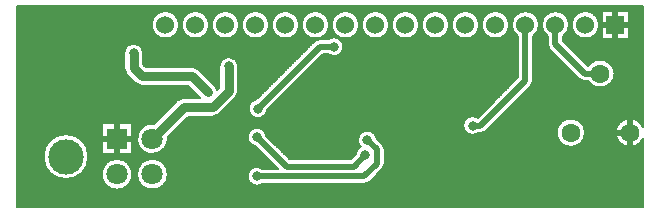
<source format=gbl>
G04*
G04 #@! TF.GenerationSoftware,Altium Limited,Altium Designer,18.0.9 (584)*
G04*
G04 Layer_Physical_Order=2*
G04 Layer_Color=16711680*
%FSLAX24Y24*%
%MOIN*%
G70*
G01*
G75*
%ADD14C,0.0079*%
%ADD44C,0.0197*%
%ADD45C,0.0315*%
%ADD47C,0.0709*%
%ADD48C,0.1181*%
%ADD49R,0.0709X0.0709*%
%ADD50C,0.0630*%
%ADD51C,0.0600*%
%ADD52R,0.0600X0.0600*%
%ADD53C,0.0236*%
%ADD54C,0.0315*%
D14*
X55432Y34754D02*
G03*
X55432Y34754I-457J0D01*
G01*
X53432D02*
G03*
X52719Y34375I-457J0D01*
G01*
X54432Y34754D02*
G03*
X53719Y34375I-457J0D01*
G01*
X52432Y34754D02*
G03*
X52432Y34754I-457J0D01*
G01*
X54230Y34375D02*
G03*
X54432Y34754I-256J379D01*
G01*
X53230Y34375D02*
G03*
X53432Y34754I-256J379D01*
G01*
X53719Y34106D02*
G03*
X53794Y33925I256J0D01*
G01*
X53719Y34106D02*
G03*
X53793Y33925I256J0D01*
G01*
X51432Y34754D02*
G03*
X51432Y34754I-457J0D01*
G01*
X50432D02*
G03*
X50432Y34754I-457J0D01*
G01*
X49432D02*
G03*
X49432Y34754I-457J0D01*
G01*
X48432D02*
G03*
X48432Y34754I-457J0D01*
G01*
X47432D02*
G03*
X47432Y34754I-457J0D01*
G01*
X46432D02*
G03*
X46432Y34754I-457J0D01*
G01*
X46909Y34026D02*
G03*
X46411Y34281I-315J0D01*
G01*
Y33770D02*
G03*
X46909Y34026I184J256D01*
G01*
X46122Y34281D02*
G03*
X45941Y34206I0J-256D01*
G01*
X46122Y34281D02*
G03*
X45941Y34207I0J-256D01*
G01*
X55945Y33130D02*
G03*
X55075Y33386I-472J0D01*
G01*
Y32874D02*
G03*
X55945Y33130I397J256D01*
G01*
X54770Y32949D02*
G03*
X54951Y32874I181J181D01*
G01*
X54770Y32949D02*
G03*
X54951Y32874I181J181D01*
G01*
X53155Y32715D02*
G03*
X53230Y32896I-181J181D01*
G01*
X53155Y32714D02*
G03*
X53230Y32896I-181J181D01*
G01*
X56890Y31350D02*
G03*
X56890Y30973I-433J-189D01*
G01*
X54961Y31161D02*
G03*
X54961Y31161I-472J0D01*
G01*
X51476Y31142D02*
G03*
X51658Y31217I0J256D01*
G01*
X51476Y31142D02*
G03*
X51657Y31217I0J256D01*
G01*
X51380Y31663D02*
G03*
X51394Y31142I-169J-266D01*
G01*
X48278Y30600D02*
G03*
X48202Y30782I-256J0D01*
G01*
X48278Y30600D02*
G03*
X48203Y30781I-256J0D01*
G01*
X48202Y29947D02*
G03*
X48278Y30128I-181J181D01*
G01*
X48203Y29947D02*
G03*
X48278Y30128I-181J181D01*
G01*
X47598Y29449D02*
G03*
X47779Y29524I0J256D01*
G01*
X47598Y29449D02*
G03*
X47780Y29524I0J256D01*
G01*
X48017Y30966D02*
G03*
X47490Y30687I-311J-51D01*
G01*
Y30687D02*
G03*
X47317Y30455I138J-283D01*
G01*
X45432Y34754D02*
G03*
X45432Y34754I-457J0D01*
G01*
X44432D02*
G03*
X44432Y34754I-457J0D01*
G01*
X43432D02*
G03*
X43432Y34754I-457J0D01*
G01*
X43303Y32317D02*
G03*
X43396Y32539I-223J223D01*
G01*
X44004Y32269D02*
G03*
X44366Y31908I51J-311D01*
G01*
X43303Y32316D02*
G03*
X43396Y32539I-222J223D01*
G01*
X43396Y33366D02*
G03*
X42766Y33365I-315J0D01*
G01*
X43396Y33366D02*
G03*
X42766Y33366I-315J0D01*
G01*
X42549Y31693D02*
G03*
X42772Y31786I0J315D01*
G01*
X42549Y31693D02*
G03*
X42772Y31785I0J315D01*
G01*
X42432Y34754D02*
G03*
X42432Y34754I-457J0D01*
G01*
X41432D02*
G03*
X41432Y34754I-457J0D01*
G01*
X42690Y32594D02*
G03*
X42605Y32752I-308J-65D01*
G01*
X42690Y32594D02*
G03*
X42604Y32753I-308J-65D01*
G01*
X42093Y33264D02*
G03*
X41870Y33356I-223J-223D01*
G01*
X42093Y33264D02*
G03*
X41870Y33356I-223J-222D01*
G01*
X41594Y32323D02*
G03*
X41372Y32231I0J-315D01*
G01*
X41594Y32323D02*
G03*
X41371Y32230I0J-315D01*
G01*
X40226Y33819D02*
G03*
X39596Y33818I-315J0D01*
G01*
X40226Y33819D02*
G03*
X39596Y33819I-315J0D01*
G01*
Y33317D02*
G03*
X39689Y33094I315J0D01*
G01*
X39596Y33317D02*
G03*
X39689Y33094I315J0D01*
G01*
X39964Y32819D02*
G03*
X40187Y32726I223J223D01*
G01*
X39964Y32819D02*
G03*
X40187Y32726I223J222D01*
G01*
X44336Y31065D02*
G03*
X43974Y30703I-311J-51D01*
G01*
X41053Y30955D02*
G03*
X41049Y31017I-512J0D01*
G01*
X40604Y31463D02*
G03*
X41053Y30955I-63J-508D01*
G01*
X44209Y29961D02*
G03*
X44209Y29449I-184J-256D01*
G01*
X41053Y29774D02*
G03*
X41053Y29774I-512J0D01*
G01*
X38407Y30364D02*
G03*
X38407Y30364I-748J0D01*
G01*
D02*
G03*
X38407Y30364I-748J0D01*
G01*
X39872Y29774D02*
G03*
X39872Y29774I-512J0D01*
G01*
X56043Y35211D02*
Y35384D01*
X55984Y35211D02*
Y35384D01*
X56161Y35211D02*
Y35384D01*
X56102Y35211D02*
Y35384D01*
X55807Y35211D02*
Y35384D01*
X55748Y35211D02*
Y35384D01*
X55925Y35211D02*
Y35384D01*
X55866Y35211D02*
Y35384D01*
X56398Y35211D02*
Y35384D01*
X56338Y35211D02*
Y35384D01*
X56432Y35138D02*
X56890D01*
X56432Y35197D02*
X56890D01*
X55517Y35211D02*
X56432D01*
X56220D02*
Y35384D01*
X56279Y35211D02*
Y35384D01*
X55689Y35211D02*
Y35384D01*
X55630Y35211D02*
Y35384D01*
X55571Y35211D02*
Y35384D01*
X55216Y35142D02*
Y35384D01*
X55098Y35194D02*
Y35384D01*
X55039Y35207D02*
Y35384D01*
X55157Y35173D02*
Y35384D01*
X54744Y35149D02*
Y35384D01*
X54980Y35211D02*
Y35384D01*
X54921Y35208D02*
Y35384D01*
X55223Y35138D02*
X55517D01*
X55089Y35197D02*
X55517D01*
X54862Y35197D02*
Y35384D01*
X54803Y35178D02*
Y35384D01*
X54685Y35108D02*
Y35384D01*
X56432Y35079D02*
X56890D01*
X56432Y34296D02*
Y35211D01*
X55517Y34296D02*
Y35211D01*
X55297Y35079D02*
X55517D01*
X55512Y33601D02*
Y35384D01*
X55453Y33602D02*
Y35384D01*
X56432Y34961D02*
X56890D01*
X56432Y35020D02*
X56890D01*
X56432Y34842D02*
X56890D01*
X56432Y34902D02*
X56890D01*
X55383Y34961D02*
X55517D01*
X55347Y35020D02*
X55517D01*
X55407Y34902D02*
X55517D01*
X55275Y35098D02*
Y35384D01*
X54626Y35050D02*
Y35384D01*
X55394Y34937D02*
Y35384D01*
X55335Y35036D02*
Y35384D01*
X54567Y34962D02*
Y35384D01*
X54449Y33994D02*
Y35384D01*
X54508Y33935D02*
Y35384D01*
X54383Y34961D02*
X54566D01*
X54390Y34946D02*
Y35384D01*
X54407Y34902D02*
X54541D01*
X54423Y34842D02*
X54526D01*
X54297Y35079D02*
X54652D01*
X54331Y35041D02*
Y35384D01*
X54347Y35020D02*
X54602D01*
X54094Y35195D02*
Y35384D01*
X54035Y35207D02*
Y35384D01*
X54212Y35145D02*
Y35384D01*
X54153Y35175D02*
Y35384D01*
X53976Y35211D02*
Y35384D01*
X53917Y35208D02*
Y35384D01*
X53858Y35196D02*
Y35384D01*
X53149Y35177D02*
Y35384D01*
X54089Y35197D02*
X54860D01*
X53799Y35176D02*
Y35384D01*
X53740Y35147D02*
Y35384D01*
X53209Y35147D02*
Y35384D01*
X53089Y35197D02*
X53860D01*
X53031Y35208D02*
Y35384D01*
X53090Y35196D02*
Y35384D01*
X52972Y35211D02*
Y35384D01*
X52913Y35207D02*
Y35384D01*
X52854Y35195D02*
Y35384D01*
X52795Y35175D02*
Y35384D01*
X52146Y35178D02*
Y35384D01*
X51909Y35207D02*
Y35384D01*
X52736Y35144D02*
Y35384D01*
X52205Y35149D02*
Y35384D01*
X52027Y35208D02*
Y35384D01*
X51968Y35211D02*
Y35384D01*
X52089Y35197D02*
X52860D01*
X52087Y35197D02*
Y35384D01*
X51089Y35197D02*
X51860D01*
X51850Y35194D02*
Y35384D01*
X51791Y35173D02*
Y35384D01*
X54272Y35102D02*
Y35384D01*
X53681Y35105D02*
Y35384D01*
X53622Y35046D02*
Y35384D01*
X53563Y34954D02*
Y35384D01*
X53327Y35046D02*
Y35384D01*
X53268Y35105D02*
Y35384D01*
X53386Y34954D02*
Y35384D01*
X54223Y35138D02*
X54725D01*
X53383Y34961D02*
X53566D01*
X53407Y34902D02*
X53541D01*
X53223Y35138D02*
X53725D01*
X53297Y35079D02*
X53652D01*
X53347Y35020D02*
X53602D01*
X52677Y35102D02*
Y35384D01*
X52618Y35041D02*
Y35384D01*
X52559Y34945D02*
Y35384D01*
X52382Y34962D02*
Y35384D01*
X52264Y35108D02*
Y35384D01*
X51732Y35142D02*
Y35384D01*
X52323Y35051D02*
Y35384D01*
X52347Y35020D02*
X52602D01*
X52383Y34961D02*
X52566D01*
X52407Y34902D02*
X52541D01*
X52423Y34842D02*
X52526D01*
X52223Y35138D02*
X52725D01*
X52297Y35079D02*
X52652D01*
X56432Y34724D02*
X56890D01*
X56432Y34783D02*
X56890D01*
X56432Y34606D02*
X56890D01*
X56432Y34665D02*
X56890D01*
X55431Y34783D02*
X55517D01*
X56432Y34488D02*
X56890D01*
X56432Y34547D02*
X56890D01*
X56432Y34370D02*
X56890D01*
X56432Y34429D02*
X56890D01*
X56432Y34311D02*
X56890D01*
X55517Y34296D02*
X56432D01*
X54309Y34134D02*
X56890D01*
X55431Y34724D02*
X55517D01*
X55423Y34842D02*
X55517D01*
X55407Y34606D02*
X55517D01*
X55423Y34665D02*
X55517D01*
X54431Y34724D02*
X54518D01*
X54431Y34783D02*
X54518D01*
X54407Y34606D02*
X54541D01*
X54423Y34665D02*
X54526D01*
X55347Y34488D02*
X55517D01*
X55382Y34547D02*
X55517D01*
X55223Y34370D02*
X55517D01*
X55297Y34429D02*
X55517D01*
X54347Y34488D02*
X54602D01*
X54383Y34547D02*
X54566D01*
X55089Y34311D02*
X55517D01*
X55630Y33575D02*
Y34296D01*
X55571Y33592D02*
Y34296D01*
X55748Y33514D02*
Y34296D01*
X55689Y33550D02*
Y34296D01*
X54427Y34016D02*
X56890D01*
X54368Y34075D02*
X56890D01*
X54545Y33898D02*
X56890D01*
X54486Y33957D02*
X56890D01*
X54781Y33661D02*
X56890D01*
X54840Y33602D02*
X55464D01*
X55701Y33543D02*
X56890D01*
X55480Y33602D02*
X56890D01*
X54663Y33779D02*
X56890D01*
X54604Y33839D02*
X56890D01*
X54722Y33720D02*
X56890D01*
X55394Y33596D02*
Y34571D01*
X54626Y33817D02*
Y34458D01*
X55335Y33582D02*
Y34472D01*
X55275Y33559D02*
Y34409D01*
X54390Y34053D02*
Y34562D01*
X54331Y34112D02*
Y34467D01*
X54567Y33876D02*
Y34546D01*
X54899Y33543D02*
X55244D01*
X54862Y33581D02*
Y34310D01*
X55216Y33527D02*
Y34366D01*
X54921Y33521D02*
Y34300D01*
X54744Y33699D02*
Y34359D01*
X54685Y33758D02*
Y34400D01*
X54803Y33640D02*
Y34330D01*
X54296Y34429D02*
X54652D01*
X53423Y34665D02*
X53526D01*
X54230Y34212D02*
Y34375D01*
X53383Y34547D02*
X53566D01*
X53407Y34606D02*
X53541D01*
X53296Y34429D02*
X53652D01*
X53347Y34488D02*
X53602D01*
X54230Y34311D02*
X54860D01*
X54230Y34370D02*
X54726D01*
X54230Y34252D02*
X56890D01*
X53230Y34193D02*
X53719D01*
X53230Y34311D02*
X53719D01*
X53230Y34370D02*
X53719D01*
X53230Y34252D02*
X53719D01*
X53423Y34842D02*
X53526D01*
X53431Y34783D02*
X53518D01*
X53431Y34724D02*
X53518D01*
X52431D02*
X52518D01*
X52431Y34783D02*
X52518D01*
X52407Y34606D02*
X52541D01*
X52423Y34665D02*
X52526D01*
X52347Y34488D02*
X52602D01*
X52382Y34547D02*
X52566D01*
X52223Y34370D02*
X52719D01*
X52297Y34429D02*
X52652D01*
X52089Y34311D02*
X52719D01*
X51089D02*
X51860D01*
X46814Y34252D02*
X52719D01*
X54250Y34193D02*
X56890D01*
X54272Y34171D02*
Y34406D01*
X53719Y34106D02*
Y34375D01*
X53230Y34016D02*
X53735D01*
X53230Y34075D02*
X53720D01*
X53230Y33957D02*
X53767D01*
X53230Y33661D02*
X54057D01*
X53230Y33720D02*
X53998D01*
X53230Y33543D02*
X54176D01*
X53230Y33602D02*
X54117D01*
X53230Y33839D02*
X53880D01*
X53230Y33898D02*
X53821D01*
X53230Y33779D02*
X53939D01*
X53230Y34134D02*
X53719D01*
X46906Y34075D02*
X52719D01*
X46902Y33957D02*
X52719D01*
X46909Y34016D02*
X52719D01*
X46890Y34134D02*
X52719D01*
X46861Y34193D02*
X52719D01*
X46882Y33898D02*
X52719D01*
X46791Y33779D02*
X52719D01*
X46848Y33839D02*
X52719D01*
X46120Y33661D02*
X52719D01*
X46672Y33720D02*
X52719D01*
X46002Y33543D02*
X52719D01*
X46061Y33602D02*
X52719D01*
X45943Y33484D02*
X52719D01*
X51024Y35209D02*
Y35384D01*
X50964Y35211D02*
Y35384D01*
X51142Y35180D02*
Y35384D01*
X51083Y35198D02*
Y35384D01*
X50905Y35206D02*
Y35384D01*
X50846Y35193D02*
Y35384D01*
X50197Y35154D02*
Y35384D01*
X50138Y35181D02*
Y35384D01*
X51201Y35152D02*
Y35384D01*
X50787Y35171D02*
Y35384D01*
X51223Y35138D02*
X51725D01*
X50728Y35140D02*
Y35384D01*
X50089Y35197D02*
X50860D01*
X50079Y35199D02*
Y35384D01*
X50223Y35138D02*
X50725D01*
X50020Y35209D02*
Y35384D01*
X49961Y35211D02*
Y35384D01*
X49901Y35206D02*
Y35384D01*
X49842Y35192D02*
Y35384D01*
X49134Y35183D02*
Y35384D01*
X48957Y35211D02*
Y35384D01*
X49783Y35170D02*
Y35384D01*
X49193Y35156D02*
Y35384D01*
X49075Y35200D02*
Y35384D01*
X49016Y35210D02*
Y35384D01*
X49089Y35197D02*
X49860D01*
X49223Y35138D02*
X49725D01*
X48898Y35205D02*
Y35384D01*
X48838Y35191D02*
Y35384D01*
X48779Y35168D02*
Y35384D01*
X51673Y35098D02*
Y35384D01*
X51614Y35036D02*
Y35384D01*
X51555Y34937D02*
Y35384D01*
X51378Y34970D02*
Y35384D01*
X51260Y35112D02*
Y35384D01*
X50669Y35095D02*
Y35384D01*
X51319Y35055D02*
Y35384D01*
X50374Y34977D02*
Y35384D01*
X50610Y35031D02*
Y35384D01*
X50315Y35060D02*
Y35384D01*
X50551Y34927D02*
Y35384D01*
X50256Y35115D02*
Y35384D01*
X49724Y35137D02*
Y35384D01*
X49665Y35091D02*
Y35384D01*
X49606Y35025D02*
Y35384D01*
X49547Y34917D02*
Y35384D01*
X49429Y34805D02*
Y35384D01*
X49311Y35064D02*
Y35384D01*
X49252Y35118D02*
Y35384D01*
X49370Y34984D02*
Y35384D01*
X48720Y35134D02*
Y35384D01*
X48661Y35087D02*
Y35384D01*
X48602Y35020D02*
Y35384D01*
X48543Y34907D02*
Y35384D01*
X48425Y34832D02*
Y35384D01*
X48366Y34990D02*
Y35384D01*
X48071Y35201D02*
Y35384D01*
X48012Y35210D02*
Y35384D01*
X48189Y35158D02*
Y35384D01*
X48130Y35184D02*
Y35384D01*
X47953Y35211D02*
Y35384D01*
X47894Y35204D02*
Y35384D01*
X47185Y35160D02*
Y35384D01*
X47126Y35186D02*
Y35384D01*
X48089Y35197D02*
X48860D01*
X47835Y35190D02*
Y35384D01*
X48223Y35138D02*
X48725D01*
X47776Y35166D02*
Y35384D01*
X47089Y35197D02*
X47860D01*
X47067Y35202D02*
Y35384D01*
X47223Y35138D02*
X47725D01*
X47008Y35210D02*
Y35384D01*
X46949Y35211D02*
Y35384D01*
X46890Y35203D02*
Y35384D01*
X46831Y35188D02*
Y35384D01*
X46122Y35187D02*
Y35384D01*
X45945Y35210D02*
Y35384D01*
X46772Y35164D02*
Y35384D01*
X46181Y35162D02*
Y35384D01*
X46063Y35203D02*
Y35384D01*
X46004Y35210D02*
Y35384D01*
X46089Y35197D02*
X46860D01*
X46223Y35138D02*
X46725D01*
X45886Y35203D02*
Y35384D01*
X45827Y35187D02*
Y35384D01*
X45768Y35162D02*
Y35384D01*
X48248Y35121D02*
Y35384D01*
X47716Y35132D02*
Y35384D01*
X48307Y35068D02*
Y35384D01*
X47657Y35084D02*
Y35384D01*
X47598Y35014D02*
Y35384D01*
X46713Y35129D02*
Y35384D01*
X47539Y34895D02*
Y35384D01*
X47421Y34852D02*
Y35384D01*
X47303Y35072D02*
Y35384D01*
X47244Y35124D02*
Y35384D01*
X47362Y34997D02*
Y35384D01*
X46653Y35080D02*
Y35384D01*
X46297Y35079D02*
X46652D01*
X46594Y35009D02*
Y35384D01*
X46535Y34882D02*
Y35384D01*
X46476Y34318D02*
Y35384D01*
X46417Y34869D02*
Y35384D01*
X46299Y35076D02*
Y35384D01*
X46240Y35126D02*
Y35384D01*
X46358Y35003D02*
Y35384D01*
X45709Y35126D02*
Y35384D01*
X45650Y35076D02*
Y35384D01*
X45590Y35003D02*
Y35384D01*
X45531Y34868D02*
Y35384D01*
X45413Y34883D02*
Y35384D01*
X45472Y33738D02*
Y35384D01*
X51297Y35079D02*
X51652D01*
X51347Y35020D02*
X51602D01*
X51383Y34961D02*
X51566D01*
X50383D02*
X50566D01*
X50297Y35079D02*
X50652D01*
X49297D02*
X49652D01*
X50347Y35020D02*
X50602D01*
X49347D02*
X49602D01*
X51407Y34902D02*
X51541D01*
X51423Y34842D02*
X51526D01*
X51431Y34783D02*
X51518D01*
X50431D02*
X50518D01*
X50407Y34902D02*
X50541D01*
X50423Y34842D02*
X50526D01*
X50431Y34724D02*
X50518D01*
X49383Y34961D02*
X49566D01*
X49407Y34902D02*
X49541D01*
X49423Y34842D02*
X49526D01*
X48407Y34902D02*
X48541D01*
X48297Y35079D02*
X48652D01*
X48347Y35020D02*
X48602D01*
X48383Y34961D02*
X48566D01*
X47423Y34842D02*
X47526D01*
X49431Y34783D02*
X49518D01*
X48431D02*
X48518D01*
X49431Y34724D02*
X49518D01*
X48431D02*
X48518D01*
X48423Y34842D02*
X48526D01*
X47431Y34783D02*
X47518D01*
X47431Y34724D02*
X47518D01*
X51423Y34665D02*
X51526D01*
X51431Y34724D02*
X51518D01*
X51382Y34547D02*
X51566D01*
X51407Y34606D02*
X51541D01*
X50407D02*
X50541D01*
X50423Y34665D02*
X50526D01*
X51347Y34488D02*
X51602D01*
X50382Y34547D02*
X50566D01*
X51297Y34429D02*
X51652D01*
X50347Y34488D02*
X50602D01*
X51223Y34370D02*
X51726D01*
X50297Y34429D02*
X50652D01*
X50089Y34311D02*
X50860D01*
X50223Y34370D02*
X50726D01*
X49089Y34311D02*
X49860D01*
X49423Y34665D02*
X49526D01*
X48423D02*
X48526D01*
X49383Y34547D02*
X49566D01*
X49407Y34606D02*
X49541D01*
X48407D02*
X48541D01*
X47423Y34665D02*
X47526D01*
X48383Y34547D02*
X48566D01*
X49347Y34488D02*
X49602D01*
X48347D02*
X48602D01*
X49223Y34370D02*
X49726D01*
X49296Y34429D02*
X49652D01*
X48223Y34370D02*
X48726D01*
X48296Y34429D02*
X48652D01*
X48089Y34311D02*
X48860D01*
X47383Y34961D02*
X47566D01*
X47407Y34902D02*
X47541D01*
X47382Y34547D02*
X47566D01*
X47407Y34606D02*
X47541D01*
X47297Y35079D02*
X47652D01*
X47347Y35020D02*
X47602D01*
X47347Y34488D02*
X47602D01*
X46347D02*
X46602D01*
X47223Y34370D02*
X47726D01*
X47297Y34429D02*
X47652D01*
X46728Y34311D02*
X46860D01*
X46713Y34318D02*
Y34379D01*
X46223Y34370D02*
X46726D01*
X46297Y34429D02*
X46652D01*
X46653Y34335D02*
Y34428D01*
X46383Y34961D02*
X46566D01*
X46407Y34902D02*
X46541D01*
X46423Y34842D02*
X46526D01*
X46431Y34783D02*
X46518D01*
X46347Y35020D02*
X46602D01*
X45423Y34842D02*
X45526D01*
X45431Y34724D02*
X45518D01*
X45431Y34783D02*
X45518D01*
X46423Y34665D02*
X46526D01*
X46431Y34724D02*
X46518D01*
X46594Y34341D02*
Y34499D01*
X46535Y34335D02*
Y34625D01*
X46407Y34606D02*
X46541D01*
X45423Y34665D02*
X45526D01*
X46382Y34547D02*
X46566D01*
X46772Y34286D02*
Y34344D01*
X46417Y34286D02*
Y34639D01*
X46831Y34234D02*
Y34320D01*
X46240Y34281D02*
Y34381D01*
X46181Y34281D02*
Y34346D01*
X46358Y34281D02*
Y34505D01*
X46299Y34281D02*
Y34432D01*
X47089Y34311D02*
X47860D01*
X46890Y34135D02*
Y34304D01*
X46228Y33770D02*
X46411D01*
X46089Y34311D02*
X46461D01*
X46122Y34281D02*
X46411D01*
X46179Y33720D02*
X46517D01*
X45827Y34092D02*
Y34321D01*
X45768Y34033D02*
Y34346D01*
X45709Y33974D02*
Y34382D01*
X45650Y33915D02*
Y34432D01*
X45590Y33856D02*
Y34505D01*
X45531Y33797D02*
Y34640D01*
X45413Y33679D02*
Y34625D01*
X46122Y34281D02*
Y34321D01*
X46063Y34275D02*
Y34305D01*
X46004Y34253D02*
Y34297D01*
X45945Y34210D02*
Y34297D01*
X45886Y34151D02*
Y34305D01*
X55941Y33189D02*
X56890D01*
X55930Y33248D02*
X56890D01*
X55945Y33130D02*
X56890D01*
X56575Y31619D02*
Y35384D01*
X55841Y33425D02*
X56890D01*
X55785Y33484D02*
X56890D01*
X55910Y33307D02*
X56890D01*
X55882Y33366D02*
X56890D01*
X55930Y33012D02*
X56890D01*
X55941Y33071D02*
X56890D01*
X55882Y32894D02*
X56890D01*
X55910Y32953D02*
X56890D01*
X55785Y32776D02*
X56890D01*
X55841Y32835D02*
X56890D01*
X55701Y32716D02*
X56890D01*
X56516Y31630D02*
Y35384D01*
X56457Y31634D02*
Y35384D01*
X56398Y31630D02*
Y34296D01*
X56338Y31619D02*
Y34296D01*
X55157Y33482D02*
Y34335D01*
X54980Y33462D02*
Y34296D01*
X55098Y33418D02*
Y34314D01*
X55039Y33403D02*
Y34301D01*
X55866Y33391D02*
Y34296D01*
X55807Y33464D02*
Y34296D01*
X55925Y33265D02*
Y34296D01*
X54958Y33484D02*
X55160D01*
X55017Y33425D02*
X55104D01*
X56811Y31474D02*
Y35384D01*
X56752Y31530D02*
Y35384D01*
X56890Y31350D02*
Y35384D01*
X56870Y31390D02*
Y35384D01*
X56634Y31599D02*
Y35384D01*
X56279Y31599D02*
Y34296D01*
X56693Y31571D02*
Y35384D01*
X56220Y31570D02*
Y34296D01*
X56161Y31530D02*
Y34296D01*
X56102Y31474D02*
Y34296D01*
X56043Y31390D02*
Y34296D01*
X55984Y28691D02*
Y34296D01*
X55866Y28691D02*
Y32869D01*
X55807Y28691D02*
Y32796D01*
X55925Y28691D02*
Y32995D01*
X55216Y28691D02*
Y32733D01*
X55157Y28691D02*
Y32778D01*
X55748Y28691D02*
Y32746D01*
X55689Y28691D02*
Y32710D01*
X55039Y28691D02*
Y32874D01*
X54980Y28691D02*
Y32874D01*
X55098Y28691D02*
Y32841D01*
X55512Y28691D02*
Y32659D01*
X55453Y28691D02*
Y32658D01*
X55630Y28691D02*
Y32684D01*
X55571Y28691D02*
Y32668D01*
X55335Y28691D02*
Y32678D01*
X55275Y28691D02*
Y32701D01*
X55394Y28691D02*
Y32664D01*
X54230Y34212D02*
X55057Y33386D01*
X53794Y33925D02*
X54770Y32949D01*
X53230Y33012D02*
X54707D01*
X53230Y33071D02*
X54648D01*
X53230Y32894D02*
X54853D01*
X53230Y32953D02*
X54766D01*
X53223Y32835D02*
X55104D01*
X54951Y32874D02*
X55075D01*
X53157Y32716D02*
X55244D01*
X53200Y32776D02*
X55160D01*
X53039Y32598D02*
X56890D01*
X53098Y32657D02*
X56890D01*
X52980Y32539D02*
X56890D01*
X53230Y33425D02*
X54294D01*
X53230Y32896D02*
Y34375D01*
X54449Y31632D02*
Y33270D01*
X54390Y31623D02*
Y33329D01*
X53230Y33366D02*
X54353D01*
X53230Y33484D02*
X54235D01*
X53230Y33248D02*
X54471D01*
X53230Y33307D02*
X54412D01*
X53230Y33189D02*
X54530D01*
X54508Y31633D02*
Y33211D01*
X54626Y31613D02*
Y33093D01*
X54567Y31627D02*
Y33152D01*
X53230Y33130D02*
X54589D01*
X54212Y31545D02*
Y33506D01*
X54153Y31495D02*
Y33565D01*
X54094Y31422D02*
Y33624D01*
X54035Y31296D02*
Y33683D01*
X53858Y28691D02*
Y33861D01*
X53799Y28691D02*
Y33920D01*
X53976Y28691D02*
Y33743D01*
X53917Y28691D02*
Y33802D01*
X54803Y31514D02*
Y32921D01*
X54744Y31559D02*
Y32975D01*
X54921Y31350D02*
Y32876D01*
X54862Y31450D02*
Y32890D01*
X54685Y31591D02*
Y33034D01*
X54331Y31607D02*
Y33388D01*
X54272Y31581D02*
Y33447D01*
X53563Y28691D02*
Y34554D01*
X53504Y28691D02*
Y35384D01*
X53681Y28691D02*
Y34403D01*
X53622Y28691D02*
Y34462D01*
X53386Y28691D02*
Y34554D01*
X53327Y28691D02*
Y34462D01*
X53445Y28691D02*
Y35384D01*
X53209Y28691D02*
Y32792D01*
X53149Y28691D02*
Y32709D01*
X53740Y28691D02*
Y34004D01*
X53268Y28691D02*
Y34403D01*
X51658Y31217D02*
X53155Y32714D01*
X53031Y28691D02*
Y32591D01*
X53090Y28691D02*
Y32650D01*
X56745Y31535D02*
X56890D01*
X56646Y31594D02*
X56890D01*
X56854Y31417D02*
X56890D01*
X56809Y31476D02*
X56890D01*
X56790Y30827D02*
X56890D01*
X56840Y30886D02*
X56890D01*
X56718Y30768D02*
X56890D01*
X56634Y28691D02*
Y30723D01*
X56591Y30709D02*
X56890D01*
X54623D02*
X56322D01*
X56457Y28691D02*
Y30689D01*
X54918Y31358D02*
X56027D01*
X54940Y31299D02*
X56005D01*
X54954Y31240D02*
X55991D01*
X54960Y31181D02*
X55985D01*
X54677Y31594D02*
X56268D01*
X54777Y31535D02*
X56168D01*
X54840Y31476D02*
X56104D01*
X54885Y31417D02*
X56060D01*
X54950Y31063D02*
X55995D01*
X54959Y31122D02*
X55986D01*
X54908Y30945D02*
X56037D01*
X54934Y31004D02*
X56011D01*
X54822Y30827D02*
X56123D01*
X54872Y30886D02*
X56073D01*
X54749Y30768D02*
X56196D01*
X56811Y28691D02*
Y30849D01*
X56752Y28691D02*
Y30793D01*
X56890Y28691D02*
Y30973D01*
X56870Y28691D02*
Y30932D01*
X56043Y28691D02*
Y30933D01*
X54921Y28691D02*
Y30972D01*
X56161Y28691D02*
Y30793D01*
X56102Y28691D02*
Y30849D01*
X56516Y28691D02*
Y30693D01*
X56398Y28691D02*
Y30693D01*
X56693Y28691D02*
Y30752D01*
X56575Y28691D02*
Y30704D01*
X56279Y28691D02*
Y30724D01*
X56220Y28691D02*
Y30752D01*
X56338Y28691D02*
Y30704D01*
X54744Y28691D02*
Y30764D01*
X54272Y28691D02*
Y30742D01*
X54862Y28691D02*
Y30873D01*
X54803Y28691D02*
Y30809D01*
X54153Y28691D02*
Y30828D01*
X54094Y28691D02*
Y30900D01*
X54212Y28691D02*
Y30778D01*
X54567Y28691D02*
Y30696D01*
X54508Y28691D02*
Y30689D01*
X54685Y28691D02*
Y30732D01*
X54626Y28691D02*
Y30709D01*
X54390Y28691D02*
Y30699D01*
X54331Y28691D02*
Y30716D01*
X54449Y28691D02*
Y30691D01*
X52862Y32421D02*
X56890D01*
X52921Y32480D02*
X56890D01*
X52744Y32303D02*
X56890D01*
X52803Y32362D02*
X56890D01*
X52626Y32185D02*
X56890D01*
X52685Y32244D02*
X56890D01*
X52508Y32067D02*
X56890D01*
X52567Y32126D02*
X56890D01*
X52389Y31949D02*
X56890D01*
X52448Y32008D02*
X56890D01*
X52271Y31831D02*
X56890D01*
X52330Y31890D02*
X56890D01*
X52153Y31713D02*
X56890D01*
X52212Y31772D02*
X56890D01*
X52094Y31653D02*
X56890D01*
X52035Y31594D02*
X54299D01*
X51976Y31535D02*
X54199D01*
X51917Y31476D02*
X54136D01*
X51858Y31417D02*
X54091D01*
X51799Y31358D02*
X54059D01*
X51740Y31299D02*
X54036D01*
X51681Y31240D02*
X54022D01*
X51613Y31181D02*
X54016D01*
X48098Y30886D02*
X54104D01*
X51363Y31122D02*
X54017D01*
X48215Y30768D02*
X54227D01*
X48157Y30827D02*
X54155D01*
X48009Y31004D02*
X54043D01*
X47985Y31063D02*
X54026D01*
X48039Y30945D02*
X54068D01*
X48278Y30354D02*
X56890D01*
X48278Y30413D02*
X56890D01*
X48278Y30236D02*
X56890D01*
X48278Y30295D02*
X56890D01*
X48278Y30590D02*
X56890D01*
X48273Y30650D02*
X56890D01*
X48278Y30472D02*
X56890D01*
X48278Y30531D02*
X56890D01*
X48277Y30118D02*
X56890D01*
X48278Y30177D02*
X56890D01*
X48243Y30000D02*
X56890D01*
X48268Y30059D02*
X56890D01*
X48137Y29882D02*
X56890D01*
X48196Y29941D02*
X56890D01*
X47842Y29587D02*
X56890D01*
X54035Y28691D02*
Y31027D01*
X52972Y28691D02*
Y32532D01*
X52913Y28691D02*
Y32473D01*
X52795Y28691D02*
Y32355D01*
X52736Y28691D02*
Y32295D01*
X52854Y28691D02*
Y32414D01*
X48078Y29823D02*
X56890D01*
X48254Y30709D02*
X54353D01*
X47960Y29705D02*
X56890D01*
X48019Y29764D02*
X56890D01*
X47783Y29527D02*
X56890D01*
X47901Y29646D02*
X56890D01*
X47697Y29468D02*
X56890D01*
X52677Y32960D02*
Y34406D01*
X52618Y32901D02*
Y34467D01*
X52559Y32842D02*
Y34562D01*
X52500Y32783D02*
Y35384D01*
X52441Y32724D02*
Y35384D01*
X52382Y32665D02*
Y34546D01*
X52323Y32606D02*
Y34457D01*
X52264Y32547D02*
Y34400D01*
X52719Y33002D02*
Y34375D01*
X52205Y32488D02*
Y34359D01*
X52146Y32429D02*
Y34330D01*
X52087Y32370D02*
Y34310D01*
X52027Y32311D02*
Y34300D01*
X51968Y32252D02*
Y34297D01*
X51909Y32193D02*
Y34301D01*
X51673Y31956D02*
Y34410D01*
X51614Y31897D02*
Y34472D01*
X51555Y31838D02*
Y34571D01*
X51496Y31779D02*
Y35384D01*
X51437Y31720D02*
Y35384D01*
X51260Y31709D02*
Y34396D01*
X51378Y31665D02*
Y34538D01*
X51319Y31693D02*
Y34453D01*
X51850Y32133D02*
Y34314D01*
X51791Y32074D02*
Y34335D01*
X51732Y32015D02*
Y34366D01*
X51201Y31712D02*
Y34356D01*
X51142Y31705D02*
Y34328D01*
X51083Y31685D02*
Y34309D01*
X51024Y31651D02*
Y34299D01*
X50551Y28691D02*
Y34581D01*
X50492Y28691D02*
Y35384D01*
X50669Y28691D02*
Y34413D01*
X50610Y28691D02*
Y34477D01*
X50315Y28691D02*
Y34448D01*
X50256Y28691D02*
Y34393D01*
X50433Y28691D02*
Y35384D01*
X50374Y28691D02*
Y34531D01*
X50964Y31594D02*
Y34297D01*
X50905Y31475D02*
Y34302D01*
X50846Y28691D02*
Y34315D01*
X50787Y28691D02*
Y34336D01*
X50197Y28691D02*
Y34354D01*
X50138Y28691D02*
Y34327D01*
X50728Y28691D02*
Y34368D01*
X49547Y28691D02*
Y34590D01*
X49488Y28691D02*
Y35384D01*
X49665Y28691D02*
Y34417D01*
X49606Y28691D02*
Y34482D01*
X49370Y28691D02*
Y34524D01*
X49311Y28691D02*
Y34444D01*
X49429Y28691D02*
Y34703D01*
X49961Y28691D02*
Y34297D01*
X49901Y28691D02*
Y34302D01*
X50079Y28691D02*
Y34308D01*
X50020Y28691D02*
Y34299D01*
X49783Y28691D02*
Y34338D01*
X49724Y28691D02*
Y34371D01*
X49842Y28691D02*
Y34316D01*
X47776Y31223D02*
Y34342D01*
X47716Y31230D02*
Y34376D01*
X48248Y30720D02*
Y34387D01*
X48189Y30795D02*
Y34350D01*
X47657Y31226D02*
Y34424D01*
X47598Y31211D02*
Y34493D01*
X47539Y31182D02*
Y34613D01*
X47480Y31134D02*
Y35384D01*
X48012Y30994D02*
Y34298D01*
X47953Y31112D02*
Y34297D01*
X48130Y30854D02*
Y34324D01*
X48071Y30913D02*
Y34307D01*
X45883Y33425D02*
X52719D01*
X47835Y31203D02*
Y34318D01*
X47894Y31169D02*
Y34304D01*
X47421Y31048D02*
Y34655D01*
X47362Y30572D02*
Y34511D01*
X47303Y30441D02*
Y34436D01*
X47244Y30381D02*
Y34384D01*
X47185Y30322D02*
Y34348D01*
X46535Y30276D02*
Y33716D01*
X46476Y30276D02*
Y33734D01*
X46181Y30276D02*
Y33723D01*
X46122Y30276D02*
Y33664D01*
X46063Y30276D02*
Y33605D01*
X46653Y30276D02*
Y33716D01*
X46594Y30276D02*
Y33711D01*
X45945Y30276D02*
Y33486D01*
X45886Y30276D02*
Y33427D01*
X46004Y30276D02*
Y33545D01*
X48720Y28691D02*
Y34373D01*
X48661Y28691D02*
Y34420D01*
X49252Y28691D02*
Y34390D01*
X49193Y28691D02*
Y34352D01*
X48484Y28691D02*
Y35384D01*
X48425Y28691D02*
Y34675D01*
X48602Y28691D02*
Y34488D01*
X48543Y28691D02*
Y34601D01*
X49016Y28691D02*
Y34298D01*
X48957Y28691D02*
Y34297D01*
X49134Y28691D02*
Y34325D01*
X49075Y28691D02*
Y34308D01*
X48838Y28691D02*
Y34317D01*
X48779Y28691D02*
Y34340D01*
X48898Y28691D02*
Y34303D01*
X47126Y30276D02*
Y34322D01*
X47067Y30276D02*
Y34306D01*
X48366Y28691D02*
Y34517D01*
X48307Y28691D02*
Y34440D01*
X46949Y30276D02*
Y34297D01*
X46890Y30276D02*
Y33916D01*
X47008Y30276D02*
Y34298D01*
X46713Y30276D02*
Y33734D01*
X46417Y30276D02*
Y33765D01*
X46831Y30276D02*
Y33817D01*
X46772Y30276D02*
Y33765D01*
X46299Y30276D02*
Y33770D01*
X46240Y30276D02*
Y33770D01*
X46358Y30276D02*
Y33770D01*
X52559Y28691D02*
Y32118D01*
X52382Y28691D02*
Y31941D01*
X52677Y28691D02*
Y32236D01*
X52618Y28691D02*
Y32177D01*
X51380Y31663D02*
X52719Y33002D01*
X51850Y28691D02*
Y31410D01*
X52323Y28691D02*
Y31882D01*
X52146Y28691D02*
Y31705D01*
X51673Y28691D02*
Y31232D01*
X51614Y28691D02*
Y31182D01*
X51791Y28691D02*
Y31351D01*
X51732Y28691D02*
Y31292D01*
X51555Y28691D02*
Y31154D01*
X51394Y31142D02*
X51476D01*
X51217Y31713D02*
X51429D01*
X51496Y28691D02*
Y31142D01*
X47944Y31122D02*
X51058D01*
X47876Y31181D02*
X50982D01*
X48017Y30966D02*
X48202Y30782D01*
X48278Y30128D02*
Y30600D01*
X47780Y29524D02*
X48202Y29947D01*
X52264Y28691D02*
Y31823D01*
X52205Y28691D02*
Y31764D01*
X52500Y28691D02*
Y32059D01*
X52441Y28691D02*
Y32000D01*
X51968Y28691D02*
Y31528D01*
X51909Y28691D02*
Y31469D01*
X52087Y28691D02*
Y31646D01*
X52027Y28691D02*
Y31587D01*
X51319Y28691D02*
Y31102D01*
X51260Y28691D02*
Y31087D01*
X51437Y28691D02*
Y31142D01*
X51378Y28691D02*
Y31131D01*
X51142Y28691D02*
Y31090D01*
X51083Y28691D02*
Y31110D01*
X51201Y28691D02*
Y31083D01*
X50905Y28691D02*
Y31320D01*
X48248Y28691D02*
Y30008D01*
X51024Y28691D02*
Y31144D01*
X50964Y28691D02*
Y31201D01*
X48130Y28691D02*
Y29874D01*
X48071Y28691D02*
Y29815D01*
X48189Y28691D02*
Y29933D01*
X47894Y28691D02*
Y29638D01*
X47835Y28691D02*
Y29579D01*
X48012Y28691D02*
Y29756D01*
X47953Y28691D02*
Y29697D01*
X47716Y28691D02*
Y29478D01*
X47657Y28691D02*
Y29456D01*
X47776Y28691D02*
Y29520D01*
X45765Y33307D02*
X52719D01*
X45824Y33366D02*
X52719D01*
X45647Y33189D02*
X52719D01*
X45706Y33248D02*
X52719D01*
X45529Y33071D02*
X52719D01*
X45588Y33130D02*
X52719D01*
X45470Y33012D02*
X52719D01*
X45411Y32953D02*
X52670D01*
X47421Y30641D02*
Y30782D01*
X47138Y30276D02*
X47317Y30455D01*
X47067Y28691D02*
Y29449D01*
X47008Y28691D02*
Y29449D01*
X47126Y28691D02*
Y29449D01*
X45709Y30276D02*
Y33250D01*
X45650Y30276D02*
Y33191D01*
X45827Y30276D02*
Y33368D01*
X45768Y30276D02*
Y33309D01*
X45531Y30276D02*
Y33073D01*
X45472Y30276D02*
Y33014D01*
X45590Y30276D02*
Y33132D01*
X46831Y28691D02*
Y29449D01*
X46772Y28691D02*
Y29449D01*
X46949Y28691D02*
Y29449D01*
X46890Y28691D02*
Y29449D01*
X46653Y28691D02*
Y29449D01*
X45413Y30276D02*
Y32955D01*
X46713Y28691D02*
Y29449D01*
X46535Y28691D02*
Y29449D01*
X46476Y28691D02*
Y29449D01*
X47185Y28691D02*
Y29449D01*
X46594Y28691D02*
Y29449D01*
X46299Y28691D02*
Y29449D01*
X46240Y28691D02*
Y29449D01*
X46417Y28691D02*
Y29449D01*
X46358Y28691D02*
Y29449D01*
X47480Y28691D02*
Y29449D01*
X47421Y28691D02*
Y29449D01*
X47598Y28691D02*
Y29449D01*
X47539Y28691D02*
Y29449D01*
X47303Y28691D02*
Y29449D01*
X47244Y28691D02*
Y29449D01*
X47362Y28691D02*
Y29449D01*
X45650Y28691D02*
Y29449D01*
X45590Y28691D02*
Y29449D01*
X45768Y28691D02*
Y29449D01*
X45709Y28691D02*
Y29449D01*
X45472Y28691D02*
Y29449D01*
X45413Y28691D02*
Y29449D01*
X45531Y28691D02*
Y29449D01*
X46063Y28691D02*
Y29449D01*
X46004Y28691D02*
Y29449D01*
X46181Y28691D02*
Y29449D01*
X46122Y28691D02*
Y29449D01*
X45886Y28691D02*
Y29449D01*
X45827Y28691D02*
Y29449D01*
X45945Y28691D02*
Y29449D01*
X45236Y35129D02*
Y35384D01*
X45177Y35164D02*
Y35384D01*
X45354Y35009D02*
Y35384D01*
X45295Y35080D02*
Y35384D01*
X45059Y35204D02*
Y35384D01*
X44941Y35210D02*
Y35384D01*
X45118Y35188D02*
Y35384D01*
X44882Y35202D02*
Y35384D01*
X45297Y35079D02*
X45652D01*
X45347Y35020D02*
X45602D01*
X45383Y34961D02*
X45566D01*
X45407Y34902D02*
X45541D01*
X45089Y35197D02*
X45860D01*
X45000Y35211D02*
Y35384D01*
X45223Y35138D02*
X45725D01*
X44764Y35160D02*
Y35384D01*
X44705Y35123D02*
Y35384D01*
X44646Y35072D02*
Y35384D01*
X44587Y34996D02*
Y35384D01*
X44291Y35084D02*
Y35384D01*
X44232Y35132D02*
Y35384D01*
X44527Y34852D02*
Y35384D01*
X44350Y35015D02*
Y35384D01*
X44823Y35186D02*
Y35384D01*
X44407Y34902D02*
X44541D01*
X44423Y34842D02*
X44526D01*
X44409Y34896D02*
Y35384D01*
X44297Y35079D02*
X44652D01*
X44347Y35020D02*
X44602D01*
X44383Y34961D02*
X44566D01*
X45382Y34547D02*
X45566D01*
X45407Y34606D02*
X45541D01*
X45347Y34488D02*
X45602D01*
X45354Y33620D02*
Y34499D01*
X45297Y34429D02*
X45652D01*
X44296D02*
X44652D01*
X45295Y33561D02*
Y34428D01*
X45223Y34370D02*
X45726D01*
X45236Y33502D02*
Y34379D01*
X45177Y33443D02*
Y34344D01*
X45118Y33383D02*
Y34320D01*
X44823Y33088D02*
Y34322D01*
X44764Y33029D02*
Y34348D01*
X44705Y32970D02*
Y34384D01*
X44431Y34724D02*
X44518D01*
X44431Y34783D02*
X44518D01*
X44527Y32793D02*
Y34656D01*
X44468Y32734D02*
Y35384D01*
X44407Y34606D02*
X44541D01*
X44423Y34665D02*
X44526D01*
X44409Y32675D02*
Y34612D01*
X44646Y32911D02*
Y34436D01*
X44383Y34547D02*
X44566D01*
X44587Y32852D02*
Y34511D01*
X44350Y32616D02*
Y34493D01*
X44347Y34488D02*
X44602D01*
X44291Y32557D02*
Y34424D01*
X44232Y32498D02*
Y34376D01*
X44055Y35204D02*
Y35384D01*
X43996Y35211D02*
Y35384D01*
X44173Y35166D02*
Y35384D01*
X44114Y35190D02*
Y35384D01*
X39911D02*
X56890D01*
X43937Y35210D02*
Y35384D01*
X43819Y35184D02*
Y35384D01*
X43760Y35158D02*
Y35384D01*
X44089Y35197D02*
X44860D01*
X43878Y35201D02*
Y35384D01*
X44223Y35138D02*
X44725D01*
X43089Y35197D02*
X43860D01*
X36024Y35315D02*
X56890D01*
X36024Y35374D02*
X56890D01*
X36024Y35256D02*
X56890D01*
X43701Y35120D02*
Y35384D01*
X43228Y35135D02*
Y35384D01*
X43642Y35068D02*
Y35384D01*
X43287Y35088D02*
Y35384D01*
X43110Y35191D02*
Y35384D01*
X43051Y35205D02*
Y35384D01*
X43169Y35168D02*
Y35384D01*
X42815Y35183D02*
Y35384D01*
X42992Y35211D02*
Y35384D01*
X42933Y35210D02*
Y35384D01*
X43223Y35138D02*
X43725D01*
X43297Y35079D02*
X43652D01*
X42874Y35200D02*
Y35384D01*
X42089Y35197D02*
X42860D01*
X42756Y35156D02*
Y35384D01*
X43583Y34990D02*
Y35384D01*
X43407Y34902D02*
X43541D01*
X43407Y34606D02*
X43541D01*
X43347Y35020D02*
X43602D01*
X43383Y34961D02*
X43566D01*
X43347Y34488D02*
X43602D01*
X43383Y34547D02*
X43566D01*
X44223Y34370D02*
X44726D01*
X44173Y32439D02*
Y34342D01*
X44114Y32380D02*
Y34318D01*
X43819Y32167D02*
Y34324D01*
X43223Y34370D02*
X43726D01*
X43296Y34429D02*
X43652D01*
X43760Y32068D02*
Y34350D01*
X43423Y34842D02*
X43526D01*
X43524Y34831D02*
Y35384D01*
X43431Y34724D02*
X43518D01*
X43431Y34783D02*
X43518D01*
X43405Y34907D02*
Y35384D01*
X43346Y35020D02*
Y35384D01*
X43423Y34665D02*
X43526D01*
X43228Y33644D02*
Y34373D01*
X43346Y33535D02*
Y34488D01*
X43287Y33604D02*
Y34420D01*
X43169Y33668D02*
Y34340D01*
X42815Y33535D02*
Y34325D01*
X42756Y32660D02*
Y34352D01*
X45089Y34311D02*
X45860D01*
X43396Y33366D02*
X45101D01*
X45059Y33324D02*
Y34304D01*
X45000Y33265D02*
Y34297D01*
X43341Y33543D02*
X45278D01*
X43373Y33484D02*
X45219D01*
X43390Y33425D02*
X45160D01*
X43396Y33307D02*
X45042D01*
X45352Y32894D02*
X52610D01*
X45293Y32835D02*
X52551D01*
X45234Y32776D02*
X52492D01*
X45175Y32716D02*
X52433D01*
X45116Y32657D02*
X52374D01*
X43396Y33248D02*
X44983D01*
X45057Y32598D02*
X52315D01*
X44941Y33206D02*
Y34298D01*
X44089Y34311D02*
X44860D01*
X44882Y33147D02*
Y34306D01*
X43396Y32539D02*
Y33365D01*
Y33189D02*
X44923D01*
X43396Y33130D02*
X44864D01*
X43396Y33071D02*
X44805D01*
X43396Y33012D02*
X44746D01*
X43396Y32776D02*
X44510D01*
X43396Y32716D02*
X44451D01*
X43396Y32657D02*
X44392D01*
X43396Y32598D02*
X44333D01*
X43396Y32953D02*
X44687D01*
X43396Y32894D02*
X44628D01*
X43396Y32835D02*
X44569D01*
X44998Y32539D02*
X52256D01*
X44939Y32480D02*
X52197D01*
X44880Y32421D02*
X52138D01*
X44820Y32362D02*
X52079D01*
X44761Y32303D02*
X52020D01*
X44702Y32244D02*
X51961D01*
X44643Y32185D02*
X51902D01*
X44584Y32126D02*
X51843D01*
X44525Y32067D02*
X51784D01*
X44466Y32008D02*
X51725D01*
X44407Y31949D02*
X51666D01*
X44362Y31890D02*
X51607D01*
X44343Y31831D02*
X51547D01*
X44309Y31772D02*
X51488D01*
X44252Y31713D02*
X51204D01*
X44004Y32269D02*
X45941Y34206D01*
X44055Y32320D02*
Y34304D01*
X44366Y31908D02*
X46228Y33770D01*
X43996Y32268D02*
Y34297D01*
X43937Y32251D02*
Y34298D01*
X43878Y32219D02*
Y34307D01*
X43396Y32539D02*
X44274D01*
X43390Y32480D02*
X44215D01*
X44133Y31653D02*
X51027D01*
X43373Y32421D02*
X44156D01*
X43341Y32362D02*
X44097D01*
X40157Y34016D02*
X45750D01*
X43089Y34311D02*
X43860D01*
X40195Y33957D02*
X45691D01*
X40216Y33898D02*
X45632D01*
X36024Y34252D02*
X46003D01*
X36024Y34193D02*
X45927D01*
X39918Y34134D02*
X45868D01*
X40095Y34075D02*
X45809D01*
X43190Y33661D02*
X45396D01*
X43289Y33602D02*
X45337D01*
X40226Y33839D02*
X45573D01*
X40226Y33779D02*
X45514D01*
X40226Y33720D02*
X45455D01*
X43110Y33680D02*
Y34317D01*
X43051Y33680D02*
Y34303D01*
X42992Y33668D02*
Y34297D01*
X42933Y33644D02*
Y34298D01*
X40226Y33661D02*
X42971D01*
X42089Y34311D02*
X42860D01*
X42874Y33604D02*
Y34308D01*
X40226Y33602D02*
X42872D01*
X42039Y33307D02*
X42766D01*
X40308Y33366D02*
X42766D01*
X42168Y33189D02*
X42766D01*
X42109Y33248D02*
X42766D01*
X40226Y33543D02*
X42820D01*
X40226Y33484D02*
X42789D01*
X40249Y33425D02*
X42771D01*
X43290Y32303D02*
X44038D01*
X43231Y32244D02*
X43922D01*
X43172Y32185D02*
X43836D01*
X43113Y32126D02*
X43788D01*
X43054Y32067D02*
X43759D01*
X42995Y32008D02*
X43744D01*
X42876Y31890D02*
X43748D01*
X42936Y31949D02*
X43740D01*
X42757Y31772D02*
X43802D01*
X42817Y31831D02*
X43767D01*
X41686Y31653D02*
X43977D01*
X42659Y31713D02*
X43859D01*
X41626Y31594D02*
X50965D01*
X41567Y31535D02*
X50927D01*
X41508Y31476D02*
X50906D01*
X42463Y32894D02*
X42766D01*
X42404Y32953D02*
X42766D01*
Y32670D02*
Y33365D01*
X42522Y32835D02*
X42766D01*
X42286Y33071D02*
X42766D01*
X42227Y33130D02*
X42766D01*
X42345Y33012D02*
X42766D01*
X42635Y32716D02*
X42766D01*
X42670Y32657D02*
X42753D01*
X42772Y31786D02*
X43303Y32316D01*
X42690Y32594D02*
X42766Y32670D01*
X42581Y32776D02*
X42766D01*
X42697Y35118D02*
Y35384D01*
X42638Y35064D02*
Y35384D01*
X42579Y34983D02*
Y35384D01*
X42520Y34803D02*
Y35384D01*
X42224Y35137D02*
Y35384D01*
X42165Y35170D02*
Y35384D01*
X42401Y34918D02*
Y35384D01*
X42342Y35026D02*
Y35384D01*
X42347Y35020D02*
X42602D01*
X42383Y34961D02*
X42566D01*
X42407Y34902D02*
X42541D01*
X42423Y34842D02*
X42526D01*
X42223Y35138D02*
X42725D01*
X42283Y35091D02*
Y35384D01*
X42297Y35079D02*
X42652D01*
X41988Y35211D02*
Y35384D01*
X41929Y35209D02*
Y35384D01*
X42106Y35192D02*
Y35384D01*
X42047Y35206D02*
Y35384D01*
X41870Y35199D02*
Y35384D01*
X41811Y35181D02*
Y35384D01*
X41752Y35154D02*
Y35384D01*
X41693Y35114D02*
Y35384D01*
X41634Y35059D02*
Y35384D01*
X41575Y34977D02*
Y35384D01*
X41407Y34902D02*
X41541D01*
X41423Y34842D02*
X41526D01*
X41347Y35020D02*
X41602D01*
X41383Y34961D02*
X41566D01*
X41398Y34928D02*
Y35384D01*
X42431Y34724D02*
X42518D01*
X42431Y34783D02*
X42518D01*
X42520Y32837D02*
Y34705D01*
X42461Y32896D02*
Y35384D01*
X42407Y34606D02*
X42541D01*
X42423Y34665D02*
X42526D01*
X42401Y32955D02*
Y34590D01*
X42579Y32778D02*
Y34524D01*
X42382Y34547D02*
X42566D01*
X42697Y32601D02*
Y34390D01*
X42638Y32713D02*
Y34444D01*
X42297Y34429D02*
X42652D01*
X42347Y34488D02*
X42602D01*
X42342Y33014D02*
Y34482D01*
X41431Y34724D02*
X41518D01*
X41431Y34783D02*
X41518D01*
X41516Y33356D02*
Y35384D01*
X41457Y33356D02*
Y35384D01*
X41407Y34606D02*
X41541D01*
X41423Y34665D02*
X41526D01*
X41398Y33356D02*
Y34580D01*
X41693Y33356D02*
Y34393D01*
X41634Y33356D02*
Y34449D01*
X42283Y33073D02*
Y34417D01*
X42224Y33133D02*
Y34371D01*
X41347Y34488D02*
X41602D01*
X41382Y34547D02*
X41566D01*
X41575Y33356D02*
Y34531D01*
X41220Y35140D02*
Y35384D01*
X41161Y35171D02*
Y35384D01*
X41339Y35031D02*
Y35384D01*
X41279Y35095D02*
Y35384D01*
X41102Y35193D02*
Y35384D01*
X41043Y35206D02*
Y35384D01*
X40807Y35180D02*
Y35384D01*
X40748Y35151D02*
Y35384D01*
X41089Y35197D02*
X41860D01*
X40984Y35211D02*
Y35384D01*
X41223Y35138D02*
X41725D01*
X41297Y35079D02*
X41652D01*
X40925Y35209D02*
Y35384D01*
X40866Y35198D02*
Y35384D01*
X36024Y35197D02*
X40860D01*
X40689Y35111D02*
Y35384D01*
X36024D02*
X39911D01*
X40630Y35055D02*
Y35384D01*
X40571Y34969D02*
Y35384D01*
X36024Y35138D02*
X40725D01*
X36024Y35079D02*
X40652D01*
X36024Y35020D02*
X40602D01*
X36024Y34961D02*
X40566D01*
X36024Y34665D02*
X40526D01*
X36024Y34724D02*
X40518D01*
X36024Y34547D02*
X40566D01*
X36024Y34606D02*
X40541D01*
X36024Y34902D02*
X40541D01*
X36024Y34842D02*
X40526D01*
X36024Y34783D02*
X40518D01*
X40571Y33356D02*
Y34539D01*
X40512Y33356D02*
Y35384D01*
X40453Y33356D02*
Y35384D01*
X40276Y33398D02*
Y35384D01*
X40216Y33897D02*
Y35384D01*
X40394Y33356D02*
Y35384D01*
X40335Y33356D02*
Y35384D01*
X41297Y34429D02*
X41652D01*
X41339Y33356D02*
Y34477D01*
X41279Y33356D02*
Y34413D01*
X40689Y33356D02*
Y34396D01*
X36024Y34429D02*
X40652D01*
X36024Y34488D02*
X40602D01*
X40630Y33356D02*
Y34453D01*
X39744Y34086D02*
Y35384D01*
X39685Y34038D02*
Y35384D01*
X39626Y33952D02*
Y35384D01*
X39567Y31467D02*
Y35384D01*
X39094Y31467D02*
Y35384D01*
X38976Y31467D02*
Y35384D01*
X39153Y31467D02*
Y35384D01*
X40039Y34107D02*
Y35384D01*
X39980Y34126D02*
Y35384D01*
X40157Y34016D02*
Y35384D01*
X40098Y34072D02*
Y35384D01*
X39921Y34134D02*
Y35384D01*
X39862Y34130D02*
Y35384D01*
X39803Y34115D02*
Y35384D01*
X42223Y34370D02*
X42726D01*
X42047Y33302D02*
Y34302D01*
X42165Y33192D02*
Y34338D01*
X42106Y33251D02*
Y34316D01*
X41089Y34311D02*
X41860D01*
X41811Y33356D02*
Y34327D01*
X41929Y33351D02*
Y34299D01*
X41870Y33356D02*
Y34309D01*
X42093Y33264D02*
X42604Y32753D01*
X41988Y33333D02*
Y34297D01*
X40317Y33356D02*
X41870D01*
X41752D02*
Y34354D01*
X41223Y34370D02*
X41726D01*
X41220Y33356D02*
Y34368D01*
X41161Y33356D02*
Y34336D01*
X40807Y33356D02*
Y34328D01*
X40748Y33356D02*
Y34356D01*
X41102Y33356D02*
Y34315D01*
X40866Y33356D02*
Y34309D01*
X41043Y33356D02*
Y34302D01*
X40984Y33356D02*
Y34297D01*
X41693Y32323D02*
Y32726D01*
X41634Y32323D02*
Y32726D01*
X40226Y33447D02*
X40317Y33356D01*
X40226Y33447D02*
Y33818D01*
X40925Y33356D02*
Y34299D01*
X41811Y32323D02*
Y32655D01*
X41752Y32323D02*
Y32714D01*
X41929Y32323D02*
Y32537D01*
X41870Y32323D02*
Y32596D01*
X41740Y32726D02*
X42143Y32323D01*
X41575Y32322D02*
Y32726D01*
X41516Y32313D02*
Y32726D01*
X41457Y32291D02*
Y32726D01*
X42106Y32323D02*
Y32360D01*
X42047Y32323D02*
Y32419D01*
X41725Y31693D02*
X42549D01*
X41988Y32323D02*
Y32478D01*
X41594Y32323D02*
X42143D01*
X40984Y31843D02*
Y32726D01*
X40925Y31784D02*
Y32726D01*
X40866Y31725D02*
Y32726D01*
X40807Y31666D02*
Y32726D01*
X40748Y31607D02*
Y32726D01*
X40689Y31548D02*
Y32726D01*
X40630Y31489D02*
Y32726D01*
X41398Y32254D02*
Y32726D01*
X41339Y32197D02*
Y32726D01*
X41279Y32138D02*
Y32726D01*
X41220Y32079D02*
Y32726D01*
X41161Y32020D02*
Y32726D01*
X41102Y31961D02*
Y32726D01*
X41043Y31902D02*
Y32726D01*
X36024Y34311D02*
X40860D01*
X36024Y34370D02*
X40726D01*
X36024Y34134D02*
X39905D01*
X36024Y34075D02*
X39728D01*
X36024Y34016D02*
X39666D01*
X36024Y33957D02*
X39628D01*
X36024Y33130D02*
X39658D01*
X36024Y33071D02*
X39712D01*
X36024Y32953D02*
X39830D01*
X36024Y33012D02*
X39771D01*
X36024Y32894D02*
X39889D01*
X36024Y33898D02*
X39606D01*
X36024Y33839D02*
X39597D01*
X39596Y33317D02*
Y33818D01*
X36024Y33779D02*
X39596D01*
X36024Y33661D02*
X39596D01*
X36024Y33720D02*
X39596D01*
X36024Y33602D02*
X39596D01*
X36024Y33307D02*
X39597D01*
X36024Y33366D02*
X39596D01*
X36024Y33189D02*
X39624D01*
X36024Y33248D02*
X39604D01*
X36024Y33484D02*
X39596D01*
X36024Y33543D02*
X39596D01*
X36024Y33425D02*
X39596D01*
X36024Y32716D02*
X41750D01*
X40187Y32726D02*
X41740D01*
X36024Y32598D02*
X41868D01*
X36024Y32657D02*
X41809D01*
X36024Y32480D02*
X41986D01*
X36024Y32539D02*
X41927D01*
X36024Y32362D02*
X42104D01*
X36024Y32421D02*
X42045D01*
X36024Y32126D02*
X41267D01*
X36024Y32067D02*
X41208D01*
X36024Y32008D02*
X41149D01*
X36024Y31949D02*
X41090D01*
X36024Y32303D02*
X41485D01*
X36024Y32244D02*
X41386D01*
X36024Y32185D02*
X41326D01*
X39689Y33094D02*
X39964Y32819D01*
X39862Y31467D02*
Y32921D01*
X36024Y32776D02*
X40018D01*
X36024Y32835D02*
X39948D01*
X36024Y31890D02*
X41031D01*
X36024Y31653D02*
X40795D01*
X36024Y31594D02*
X40736D01*
X36024Y31535D02*
X40677D01*
X36024Y31476D02*
X40618D01*
X36024Y31831D02*
X40972D01*
X36024Y31772D02*
X40913D01*
X36024Y31713D02*
X40854D01*
X44646Y30756D02*
Y32187D01*
X44587Y30815D02*
Y32128D01*
X44764Y30638D02*
Y32305D01*
X44705Y30697D02*
Y32246D01*
X44245Y31240D02*
X50938D01*
X44159Y31299D02*
X50911D01*
X44292Y31181D02*
X47538D01*
X44321Y31122D02*
X47469D01*
X44575Y30827D02*
X47404D01*
X44516Y30886D02*
X47393D01*
X44693Y30709D02*
X47469D01*
X44634Y30768D02*
X47429D01*
X44338Y31063D02*
X47428D01*
X44397Y31004D02*
X47404D01*
X44456Y30945D02*
X47393D01*
X44409Y30992D02*
Y31951D01*
X44350Y31051D02*
Y31849D01*
X44527Y30874D02*
Y32069D01*
X44468Y30933D02*
Y32010D01*
X43878Y31292D02*
Y31698D01*
X43819Y31251D02*
Y31750D01*
X44291Y31183D02*
Y31750D01*
X43760Y31183D02*
Y31849D01*
X44114Y31316D02*
Y31649D01*
X44055Y31327D02*
Y31644D01*
X44232Y31252D02*
Y31698D01*
X44173Y31292D02*
Y31667D01*
X43996Y31327D02*
Y31649D01*
X43937Y31316D02*
Y31667D01*
X45236Y30276D02*
Y32778D01*
X45177Y30276D02*
Y32719D01*
X45354Y30276D02*
Y32896D01*
X45295Y30276D02*
Y32837D01*
X45000Y30401D02*
Y32542D01*
X44941Y30460D02*
Y32482D01*
X45118Y30283D02*
Y32660D01*
X45059Y30342D02*
Y32601D01*
X44882Y30519D02*
Y32423D01*
X44823Y30579D02*
Y32364D01*
X44336Y31065D02*
X45126Y30276D01*
X43996Y30018D02*
Y30681D01*
X43937Y30007D02*
Y30712D01*
X43878Y29983D02*
Y30736D01*
X43974Y30703D02*
X44717Y29961D01*
X43583Y28691D02*
Y34518D01*
X43524Y28691D02*
Y34676D01*
X43701Y28691D02*
Y34387D01*
X43642Y28691D02*
Y34440D01*
X43405Y28691D02*
Y34601D01*
X43346Y28691D02*
Y32370D01*
X43464Y28691D02*
Y35384D01*
X43819Y29942D02*
Y30776D01*
X43760Y29874D02*
Y30845D01*
X43287Y28691D02*
Y32301D01*
X43228Y28691D02*
Y32241D01*
X43110Y28691D02*
Y32123D01*
X43051Y28691D02*
Y32064D01*
X43169Y28691D02*
Y32182D01*
X41390Y31358D02*
X50898D01*
X41449Y31417D02*
X50896D01*
X42520Y28691D02*
Y31693D01*
X42461Y28691D02*
Y31693D01*
X41331Y31299D02*
X43892D01*
X41272Y31240D02*
X43807D01*
X41213Y31181D02*
X43759D01*
X41154Y31122D02*
X43730D01*
X41095Y31063D02*
X43714D01*
X41051Y31004D02*
X43711D01*
X41048Y30886D02*
X43738D01*
X41053Y30945D02*
X43718D01*
X41018Y30768D02*
X43829D01*
X41037Y30827D02*
X43772D01*
X40990Y30709D02*
X43948D01*
X40571Y31466D02*
Y32726D01*
X40512Y31466D02*
Y32726D01*
X41049Y31017D02*
X41725Y31693D01*
X40604Y31463D02*
X41371Y32230D01*
X40453Y31459D02*
Y32726D01*
X40394Y31445D02*
Y32726D01*
X40335Y31423D02*
Y32726D01*
X40276Y31392D02*
Y32726D01*
X41043Y29874D02*
Y30854D01*
X42401Y28691D02*
Y31693D01*
X42165Y28691D02*
Y31693D01*
X39872Y31417D02*
X40322D01*
X40984Y30030D02*
Y30698D01*
X42874Y28691D02*
Y31887D01*
X42815Y28691D02*
Y31828D01*
X42992Y28691D02*
Y32005D01*
X42933Y28691D02*
Y31946D01*
X42638Y28691D02*
Y31706D01*
X42579Y28691D02*
Y31694D01*
X42756Y28691D02*
Y31770D01*
X42697Y28691D02*
Y31730D01*
X42224Y28691D02*
Y31693D01*
X42106Y28691D02*
Y31693D01*
X42342Y28691D02*
Y31693D01*
X42283Y28691D02*
Y31693D01*
X41988Y28691D02*
Y31693D01*
X41929Y28691D02*
Y31693D01*
X42047Y28691D02*
Y31693D01*
X41752Y28691D02*
Y31693D01*
X41693Y28691D02*
Y31661D01*
X41870Y28691D02*
Y31693D01*
X41811Y28691D02*
Y31693D01*
X41575Y28691D02*
Y31543D01*
X41516Y28691D02*
Y31484D01*
X41634Y28691D02*
Y31602D01*
X41339Y28691D02*
Y31306D01*
X41279Y28691D02*
Y31247D01*
X41457Y28691D02*
Y31425D01*
X41398Y28691D02*
Y31366D01*
X41161Y28691D02*
Y31129D01*
X41102Y28691D02*
Y31070D01*
X41220Y28691D02*
Y31188D01*
X44988Y30413D02*
X47276D01*
X45047Y30354D02*
X47217D01*
X45106Y30295D02*
X47158D01*
X45126Y30276D02*
X47138D01*
X44752Y30650D02*
X47431D01*
X44811Y30590D02*
X47374D01*
X44870Y30531D02*
X47340D01*
X44929Y30472D02*
X47321D01*
X44646Y29961D02*
Y30032D01*
X44587Y29961D02*
Y30091D01*
X44209Y29449D02*
X47598D01*
X44527Y29961D02*
Y30150D01*
X44209Y29961D02*
X44717D01*
X44135Y30000D02*
X44678D01*
X44135Y29409D02*
X56890D01*
X44350Y29961D02*
Y30327D01*
X44291Y29961D02*
Y30386D01*
X44468Y29961D02*
Y30209D01*
X44409Y29961D02*
Y30268D01*
X44114Y30007D02*
Y30563D01*
X44055Y30018D02*
Y30622D01*
X44232Y29961D02*
Y30445D01*
X44173Y29983D02*
Y30504D01*
X41051Y29823D02*
X43734D01*
X41053Y29764D02*
X43716D01*
X41048Y29705D02*
X43711D01*
X41025Y29941D02*
X43817D01*
X41042Y29882D02*
X43765D01*
X41037Y29646D02*
X43716D01*
X44823Y28691D02*
Y29449D01*
X44764Y28691D02*
Y29449D01*
X44941Y28691D02*
Y29449D01*
X44882Y28691D02*
Y29449D01*
X44587Y28691D02*
Y29449D01*
X44527Y28691D02*
Y29449D01*
X44705Y28691D02*
Y29449D01*
X44646Y28691D02*
Y29449D01*
X45236Y28691D02*
Y29449D01*
X45177Y28691D02*
Y29449D01*
X45354Y28691D02*
Y29449D01*
X45295Y28691D02*
Y29449D01*
X45059Y28691D02*
Y29449D01*
X45000Y28691D02*
Y29449D01*
X45118Y28691D02*
Y29449D01*
X44291Y28691D02*
Y29449D01*
X44232Y28691D02*
Y29449D01*
X44409Y28691D02*
Y29449D01*
X44350Y28691D02*
Y29449D01*
X43760Y28691D02*
Y29536D01*
X41043Y28691D02*
Y29673D01*
X43819Y28691D02*
Y29467D01*
X44114Y28691D02*
Y29402D01*
X44055Y28691D02*
Y29391D01*
X44468Y28691D02*
Y29449D01*
X44173Y28691D02*
Y29426D01*
X43937Y28691D02*
Y29402D01*
X43878Y28691D02*
Y29427D01*
X43996Y28691D02*
Y29391D01*
X40901Y30590D02*
X44087D01*
X40952Y30650D02*
X44028D01*
X40760Y30236D02*
X44441D01*
X40829Y30531D02*
X44146D01*
X38406Y30413D02*
X44264D01*
X40712Y30472D02*
X44205D01*
X38404Y30295D02*
X44382D01*
X38407Y30354D02*
X44323D01*
X40966Y30059D02*
X44618D01*
X41000Y30000D02*
X43916D01*
X40990Y29527D02*
X43765D01*
X41018Y29587D02*
X43734D01*
X40920Y30118D02*
X44559D01*
X40856Y30177D02*
X44500D01*
X40952Y29468D02*
X43817D01*
X40807Y30211D02*
Y30517D01*
X40748Y30242D02*
Y30486D01*
X40925Y30112D02*
Y30616D01*
X40866Y30169D02*
Y30559D01*
X39872Y30472D02*
X40370D01*
X39872Y30531D02*
X40254D01*
X40335Y30242D02*
Y30487D01*
X40276Y30211D02*
Y30517D01*
X40571Y30285D02*
Y30444D01*
X40512Y30285D02*
Y30444D01*
X40689Y30264D02*
Y30465D01*
X40630Y30278D02*
Y30451D01*
X40453Y30278D02*
Y30451D01*
X40394Y30264D02*
Y30465D01*
X39579Y30236D02*
X40322D01*
X40829Y29350D02*
X56890D01*
X40901Y29409D02*
X43916D01*
X40712Y29291D02*
X56890D01*
X36024Y29173D02*
X56890D01*
X36024Y29232D02*
X56890D01*
X36024Y29055D02*
X56890D01*
X36024Y29114D02*
X56890D01*
X36024Y28760D02*
X56890D01*
X36024Y28819D02*
X56890D01*
X36024Y28691D02*
X56890D01*
X36024Y28701D02*
X56890D01*
X36024Y28937D02*
X56890D01*
X36024Y28996D02*
X56890D01*
X36024Y28878D02*
X56890D01*
X40866Y28691D02*
Y29378D01*
X40807Y28691D02*
Y29336D01*
X40984Y28691D02*
Y29517D01*
X40925Y28691D02*
Y29435D01*
X40335Y28691D02*
Y29305D01*
X40276Y28691D02*
Y29336D01*
X40748Y28691D02*
Y29305D01*
X40571Y28691D02*
Y29263D01*
X40512Y28691D02*
Y29263D01*
X40689Y28691D02*
Y29284D01*
X40630Y28691D02*
Y29270D01*
X40394Y28691D02*
Y29284D01*
X39531Y29291D02*
X40370D01*
X40453Y28691D02*
Y29270D01*
X40216Y31350D02*
Y32726D01*
X40157Y31293D02*
Y32728D01*
X40098Y31211D02*
Y32739D01*
X40039Y31054D02*
Y32763D01*
X39872Y31358D02*
X40226D01*
X38848Y31467D02*
X39872D01*
Y31299D02*
X40163D01*
X39872Y31240D02*
X40116D01*
X39872Y31181D02*
X40082D01*
X39872Y31122D02*
X40058D01*
X39872Y31063D02*
X40041D01*
X39872Y30886D02*
X40034D01*
X39872Y31004D02*
X40032D01*
X39872Y30945D02*
X40030D01*
X39390Y31467D02*
Y35384D01*
X39331Y31467D02*
Y35384D01*
X39508Y31467D02*
Y35384D01*
X39449Y31467D02*
Y35384D01*
X38917Y31467D02*
Y35384D01*
X38858Y31467D02*
Y35384D01*
X39272Y31467D02*
Y35384D01*
X39035Y31467D02*
Y35384D01*
X39685Y31467D02*
Y33098D01*
X39626Y31467D02*
Y33184D01*
X39803Y31467D02*
Y32980D01*
X39744Y31467D02*
Y33039D01*
X39213Y31467D02*
Y35384D01*
X40039Y29873D02*
Y30855D01*
X39872Y30443D02*
Y31467D01*
X39980Y28691D02*
Y32804D01*
X39921Y28691D02*
Y32862D01*
X39872Y30768D02*
X40065D01*
X39872Y30827D02*
X40046D01*
X39872Y30709D02*
X40093D01*
X40216Y30169D02*
Y30559D01*
X39872Y30650D02*
X40130D01*
X40157Y30112D02*
Y30616D01*
X40098Y30030D02*
Y30698D01*
X38372Y30590D02*
X38848D01*
X38351Y30650D02*
X38848D01*
X39872Y30590D02*
X40182D01*
X38681Y28691D02*
Y35384D01*
X38622Y28691D02*
Y35384D01*
X38799Y28691D02*
Y35384D01*
X38740Y28691D02*
Y35384D01*
X38327Y30702D02*
Y35384D01*
X38268Y30800D02*
Y35384D01*
X38563Y28691D02*
Y35384D01*
X38848Y30443D02*
Y31467D01*
X38386Y30543D02*
Y35384D01*
X38504Y28691D02*
Y35384D01*
X38445Y28691D02*
Y35384D01*
X38289Y30768D02*
X38848D01*
X38247Y30827D02*
X38848D01*
X38323Y30709D02*
X38848D01*
X38031Y31013D02*
Y35384D01*
X37972Y31044D02*
Y35384D01*
X38150Y30929D02*
Y35384D01*
X38090Y30976D02*
Y35384D01*
X36024Y31358D02*
X38848D01*
X36024Y31417D02*
X38848D01*
X37913Y31068D02*
Y35384D01*
X37854Y31086D02*
Y35384D01*
X37926Y31063D02*
X38848D01*
X36024Y31122D02*
X38848D01*
X38131Y30945D02*
X38848D01*
X38047Y31004D02*
X38848D01*
X36024Y31240D02*
X38848D01*
X36024Y31299D02*
X38848D01*
X36024Y31181D02*
X38848D01*
X37677Y31112D02*
Y35384D01*
X37618Y31111D02*
Y35384D01*
X37795Y31100D02*
Y35384D01*
X37559Y31105D02*
Y35384D01*
X37500Y31095D02*
Y35384D01*
X37441Y31080D02*
Y35384D01*
X37382Y31059D02*
Y35384D01*
X37205Y30958D02*
Y35384D01*
X37736Y31108D02*
Y35384D01*
X37323Y31032D02*
Y35384D01*
X37264Y30999D02*
Y35384D01*
X37146Y30908D02*
Y35384D01*
X36024Y31063D02*
X37392D01*
X36024Y31004D02*
X37272D01*
X36024Y30945D02*
X37188D01*
X38209Y30872D02*
Y35384D01*
X37087Y30845D02*
Y35384D01*
X37027Y30764D02*
Y35384D01*
X36968Y30651D02*
Y35384D01*
X36909Y28691D02*
Y35384D01*
X36850Y28691D02*
Y35384D01*
X38196Y30886D02*
X38848D01*
X36024D02*
X37123D01*
X36024Y30827D02*
X37072D01*
X36024Y30768D02*
X37030D01*
X36024Y30709D02*
X36995D01*
X36024Y30650D02*
X36968D01*
X36024Y30590D02*
X36946D01*
X36260Y28691D02*
Y35384D01*
X36201Y28691D02*
Y35384D01*
X36378Y28691D02*
Y35384D01*
X36319Y28691D02*
Y35384D01*
X36083Y28691D02*
Y35384D01*
X36024Y28691D02*
Y35384D01*
X36142Y28691D02*
Y35384D01*
X36673Y28691D02*
Y35384D01*
X36614Y28691D02*
Y35384D01*
X36791Y28691D02*
Y35384D01*
X36732Y28691D02*
Y35384D01*
X36496Y28691D02*
Y35384D01*
X36437Y28691D02*
Y35384D01*
X36555Y28691D02*
Y35384D01*
X39739Y30118D02*
X40163D01*
X39744Y30112D02*
Y30443D01*
X39862Y29874D02*
Y30443D01*
X39803Y30030D02*
Y30443D01*
X38848D02*
X39872D01*
X39626Y30211D02*
Y30443D01*
X39675Y30177D02*
X40226D01*
X39685Y30169D02*
Y30443D01*
X39860Y29882D02*
X40041D01*
X39870Y29823D02*
X40032D01*
X39867Y29705D02*
X40034D01*
X39872Y29764D02*
X40030D01*
X39785Y30059D02*
X40116D01*
X39819Y30000D02*
X40082D01*
X39844Y29941D02*
X40058D01*
X39449Y30278D02*
Y30443D01*
X39390Y30285D02*
Y30443D01*
X39567Y30242D02*
Y30443D01*
X39508Y30264D02*
Y30443D01*
X39331Y30285D02*
Y30443D01*
X38400Y30472D02*
X38848D01*
X39272Y30278D02*
Y30443D01*
X39213Y30264D02*
Y30443D01*
X39153Y30242D02*
Y30443D01*
X39094Y30211D02*
Y30443D01*
X39035Y30169D02*
Y30443D01*
X38976Y30112D02*
Y30443D01*
X38396Y30236D02*
X39141D01*
X38917Y30030D02*
Y30443D01*
X38858Y29873D02*
Y30443D01*
X39856Y29646D02*
X40046D01*
X39862Y28691D02*
Y29673D01*
X40098Y28691D02*
Y29517D01*
X40039Y28691D02*
Y29674D01*
X39809Y29527D02*
X40093D01*
X39837Y29587D02*
X40065D01*
X39803Y28691D02*
Y29517D01*
X40216Y28691D02*
Y29378D01*
X39771Y29468D02*
X40130D01*
X40157Y28691D02*
Y29435D01*
X39744Y28691D02*
Y29435D01*
X39648Y29350D02*
X40254D01*
X39720Y29409D02*
X40182D01*
X39685Y28691D02*
Y29378D01*
X39094Y28691D02*
Y29336D01*
X39035Y28691D02*
Y29378D01*
X39626Y28691D02*
Y29336D01*
X39153Y28691D02*
Y29305D01*
X38917Y28691D02*
Y29517D01*
X38858Y28691D02*
Y29674D01*
X38976Y28691D02*
Y29435D01*
X39449Y28691D02*
Y29270D01*
X39390Y28691D02*
Y29263D01*
X39567Y28691D02*
Y29305D01*
X39508Y28691D02*
Y29284D01*
X39272Y28691D02*
Y29270D01*
X39213Y28691D02*
Y29284D01*
X39331Y28691D02*
Y29263D01*
X38384Y30177D02*
X39045D01*
X38389Y30531D02*
X38848D01*
X38366Y30118D02*
X38982D01*
X38342Y30059D02*
X38935D01*
X38313Y30000D02*
X38901D01*
X38276Y29941D02*
X38877D01*
X38231Y29882D02*
X38860D01*
X38176Y29823D02*
X38851D01*
X38012Y29705D02*
X38853D01*
X38106Y29764D02*
X38849D01*
X37867Y29646D02*
X38865D01*
X36024Y29705D02*
X37306D01*
X36024Y29587D02*
X38884D01*
X36024Y29646D02*
X37452D01*
X36024Y29527D02*
X38911D01*
X36024Y30295D02*
X36915D01*
X36024Y30354D02*
X36911D01*
X36024Y30177D02*
X36935D01*
X36024Y30236D02*
X36922D01*
X36024Y30531D02*
X36930D01*
X36024Y30472D02*
X36919D01*
X36024Y30413D02*
X36913D01*
X36024Y29882D02*
X37088D01*
X36024Y29941D02*
X37043D01*
X36024Y29764D02*
X37213D01*
X36024Y29823D02*
X37143D01*
X36024Y30059D02*
X36976D01*
X36024Y30118D02*
X36953D01*
X36024Y30000D02*
X37006D01*
X38268Y28691D02*
Y29929D01*
X38209Y28691D02*
Y29856D01*
X38386Y28691D02*
Y30185D01*
X38327Y28691D02*
Y30026D01*
X38031Y28691D02*
Y29715D01*
X37972Y28691D02*
Y29685D01*
X38150Y28691D02*
Y29799D01*
X38090Y28691D02*
Y29753D01*
X36024Y29468D02*
X38949D01*
X37795Y28691D02*
Y29629D01*
X37913Y28691D02*
Y29661D01*
X37854Y28691D02*
Y29642D01*
X36024Y29350D02*
X39073D01*
X36024Y29409D02*
X39001D01*
X36024Y29291D02*
X39189D01*
X37205Y28691D02*
Y29770D01*
X37146Y28691D02*
Y29821D01*
X37323Y28691D02*
Y29696D01*
X37264Y28691D02*
Y29729D01*
X37027Y28691D02*
Y29964D01*
X36968Y28691D02*
Y30078D01*
X37087Y28691D02*
Y29883D01*
X37618Y28691D02*
Y29617D01*
X37559Y28691D02*
Y29623D01*
X37736Y28691D02*
Y29620D01*
X37677Y28691D02*
Y29616D01*
X37441Y28691D02*
Y29649D01*
X37382Y28691D02*
Y29670D01*
X37500Y28691D02*
Y29633D01*
D44*
X55974Y34754D02*
Y35172D01*
Y34754D02*
X56393D01*
X55974Y34336D02*
Y34754D01*
X55556D02*
X55974D01*
X56024Y31161D02*
X56457D01*
Y31594D01*
Y30728D02*
Y31161D01*
X39360Y30955D02*
X39833D01*
X39360D02*
Y31427D01*
X38888Y30955D02*
X39360D01*
Y30482D02*
Y30955D01*
X46122Y34026D02*
X46594D01*
X44055Y31959D02*
X46122Y34026D01*
X53974Y34106D02*
Y34754D01*
Y34106D02*
X54951Y33130D01*
X55472D01*
X51476Y31398D02*
X52974Y32896D01*
X51211Y31398D02*
X51476D01*
X52974Y32896D02*
Y34754D01*
X44026Y29705D02*
X47598D01*
X48022Y30128D01*
X44026Y31014D02*
X45020Y30020D01*
X47244D01*
X47628Y30404D01*
X48022Y30128D02*
Y30600D01*
X47707Y30915D02*
X48022Y30600D01*
D45*
X40541Y30955D02*
X41594Y32008D01*
X42549D01*
X43081Y32539D01*
Y33366D01*
X39911Y33317D02*
Y33819D01*
Y33317D02*
X40187Y33041D01*
X41870D01*
X42382Y32530D01*
X55965Y33799D02*
X55974Y33809D01*
D47*
X40541Y30955D02*
D03*
Y29774D02*
D03*
X39360D02*
D03*
D48*
X37659Y30364D02*
D03*
D49*
X39360Y30955D02*
D03*
D50*
X54488Y31161D02*
D03*
X56457D02*
D03*
X55472Y33130D02*
D03*
D51*
X40974Y34754D02*
D03*
X43974D02*
D03*
X46974D02*
D03*
X49974D02*
D03*
X52974D02*
D03*
X41974D02*
D03*
X42974D02*
D03*
X44974D02*
D03*
X45974D02*
D03*
X47974D02*
D03*
X48974D02*
D03*
X50974D02*
D03*
X51974D02*
D03*
X53974D02*
D03*
X54974D02*
D03*
D52*
X55974D02*
D03*
D53*
X45177Y32266D02*
D03*
X49744Y29636D02*
D03*
X48494Y30699D02*
D03*
X49429Y32362D02*
D03*
X47913Y33307D02*
D03*
X50945Y33898D02*
D03*
X50098Y34065D02*
D03*
X55600Y31969D02*
D03*
X55285Y30443D02*
D03*
X54665Y28986D02*
D03*
X52559Y33110D02*
D03*
X44468Y29012D02*
D03*
X41791Y28868D02*
D03*
X38061Y34705D02*
D03*
X40600Y33829D02*
D03*
X41804Y33720D02*
D03*
D54*
X43081Y33366D02*
D03*
X46594Y34026D02*
D03*
X44055Y31959D02*
D03*
X39911Y33819D02*
D03*
X42382Y32530D02*
D03*
X52835Y31919D02*
D03*
X53612Y29852D02*
D03*
X51211Y31398D02*
D03*
X47628Y30404D02*
D03*
X47707Y30915D02*
D03*
X44026Y29705D02*
D03*
Y31014D02*
D03*
M02*

</source>
